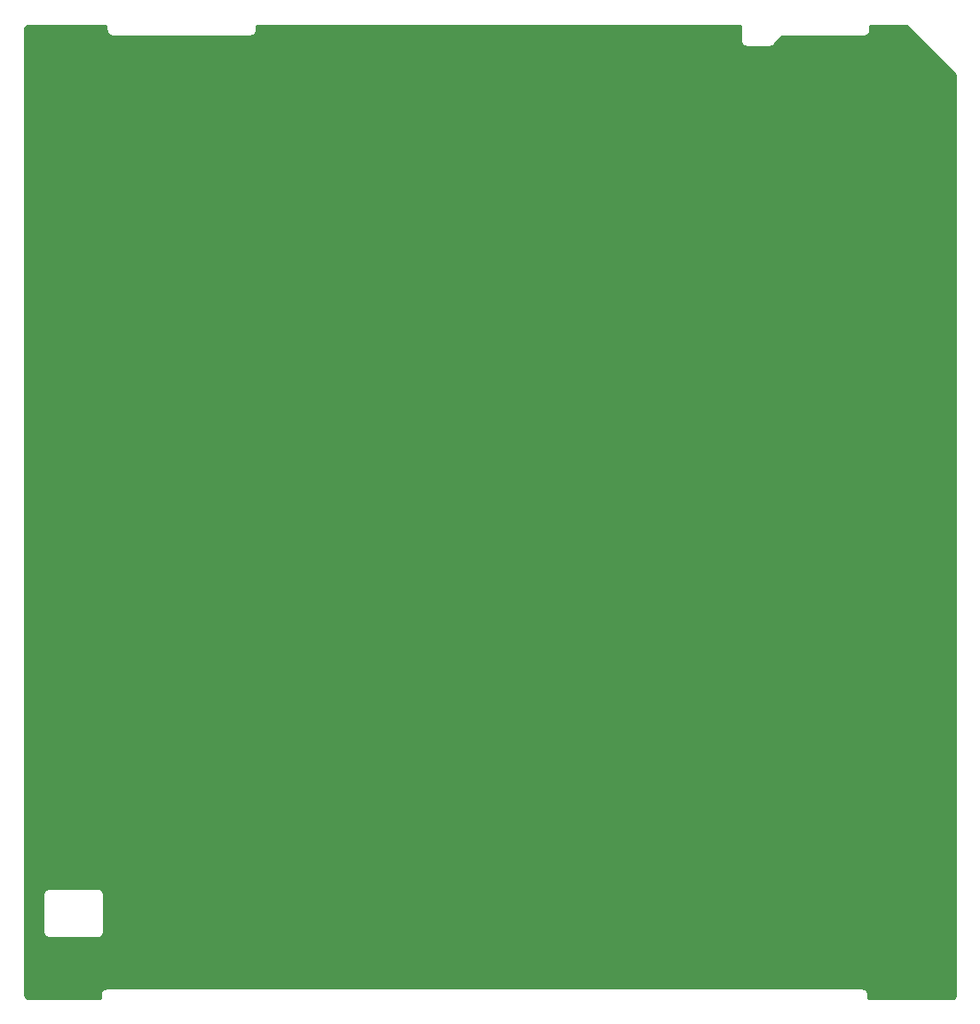
<source format=gbr>
%TF.GenerationSoftware,KiCad,Pcbnew,(5.1.6)-1*%
%TF.CreationDate,2024-03-17T16:58:36-04:00*%
%TF.ProjectId,floppy-coaster,666c6f70-7079-42d6-936f-61737465722e,rev?*%
%TF.SameCoordinates,Original*%
%TF.FileFunction,Copper,L2,Bot*%
%TF.FilePolarity,Positive*%
%FSLAX46Y46*%
G04 Gerber Fmt 4.6, Leading zero omitted, Abs format (unit mm)*
G04 Created by KiCad (PCBNEW (5.1.6)-1) date 2024-03-17 16:58:36*
%MOMM*%
%LPD*%
G01*
G04 APERTURE LIST*
%TA.AperFunction,NonConductor*%
%ADD10C,0.254000*%
%TD*%
G04 APERTURE END LIST*
D10*
G36*
X109957001Y-58133571D02*
G01*
X109953807Y-58166000D01*
X109966550Y-58295383D01*
X110004290Y-58419793D01*
X110065575Y-58534450D01*
X110148052Y-58634948D01*
X110248550Y-58717425D01*
X110363207Y-58778710D01*
X110487617Y-58816450D01*
X110584581Y-58826000D01*
X110617000Y-58829193D01*
X110649419Y-58826000D01*
X123602081Y-58826000D01*
X123634500Y-58829193D01*
X123666919Y-58826000D01*
X123763883Y-58816450D01*
X123888293Y-58778710D01*
X124002950Y-58717425D01*
X124103448Y-58634948D01*
X124185925Y-58534450D01*
X124247210Y-58419793D01*
X124284950Y-58295383D01*
X124297693Y-58166000D01*
X124294500Y-58133581D01*
X124294500Y-57810000D01*
X170472500Y-57810000D01*
X170472501Y-59149571D01*
X170469307Y-59182000D01*
X170482050Y-59311383D01*
X170519790Y-59435793D01*
X170581075Y-59550450D01*
X170663552Y-59650948D01*
X170764050Y-59733425D01*
X170878707Y-59794710D01*
X171003117Y-59832450D01*
X171100081Y-59842000D01*
X171132500Y-59845193D01*
X171164919Y-59842000D01*
X173132091Y-59842000D01*
X173164500Y-59845192D01*
X173196909Y-59842000D01*
X173196919Y-59842000D01*
X173293883Y-59832450D01*
X173418293Y-59794710D01*
X173532950Y-59733425D01*
X173633448Y-59650948D01*
X173654116Y-59625764D01*
X174453881Y-58826000D01*
X182149081Y-58826000D01*
X182181500Y-58829193D01*
X182213919Y-58826000D01*
X182241496Y-58823284D01*
X182310883Y-58816450D01*
X182435293Y-58778710D01*
X182549950Y-58717425D01*
X182650448Y-58634948D01*
X182732925Y-58534450D01*
X182794210Y-58419793D01*
X182831950Y-58295383D01*
X182841500Y-58198419D01*
X182841500Y-58198418D01*
X182844693Y-58166000D01*
X182841500Y-58133581D01*
X182841500Y-57810000D01*
X186289620Y-57810000D01*
X190983001Y-62503382D01*
X190983000Y-150145219D01*
X190973115Y-150246031D01*
X190953211Y-150311958D01*
X190920885Y-150372755D01*
X190877362Y-150426118D01*
X190824300Y-150470015D01*
X190763727Y-150502766D01*
X190697947Y-150523128D01*
X190599269Y-150533500D01*
X182651000Y-150533500D01*
X182651000Y-150209918D01*
X182654193Y-150177500D01*
X182641450Y-150048117D01*
X182603710Y-149923707D01*
X182542425Y-149809050D01*
X182459948Y-149708552D01*
X182359450Y-149626075D01*
X182244793Y-149564790D01*
X182120383Y-149527050D01*
X182023419Y-149517500D01*
X181991000Y-149514307D01*
X181958581Y-149517500D01*
X110077919Y-149517500D01*
X110045500Y-149514307D01*
X110013081Y-149517500D01*
X109916117Y-149527050D01*
X109791707Y-149564790D01*
X109677050Y-149626075D01*
X109576552Y-149708552D01*
X109494075Y-149809050D01*
X109432790Y-149923707D01*
X109395050Y-150048117D01*
X109382307Y-150177500D01*
X109385501Y-150209929D01*
X109385501Y-150533500D01*
X102584781Y-150533500D01*
X102483969Y-150523615D01*
X102418042Y-150503711D01*
X102357245Y-150471385D01*
X102303882Y-150427862D01*
X102259985Y-150374800D01*
X102227234Y-150314227D01*
X102206872Y-150248447D01*
X102196500Y-150149769D01*
X102196500Y-140652500D01*
X103921307Y-140652500D01*
X103924500Y-140684920D01*
X103924501Y-144112571D01*
X103921307Y-144145000D01*
X103934050Y-144274383D01*
X103971790Y-144398793D01*
X104033075Y-144513450D01*
X104115552Y-144613948D01*
X104216050Y-144696425D01*
X104330707Y-144757710D01*
X104455117Y-144795450D01*
X104552081Y-144805000D01*
X104584500Y-144808193D01*
X104616919Y-144805000D01*
X109060581Y-144805000D01*
X109093000Y-144808193D01*
X109125419Y-144805000D01*
X109222383Y-144795450D01*
X109346793Y-144757710D01*
X109461450Y-144696425D01*
X109561948Y-144613948D01*
X109644425Y-144513450D01*
X109705710Y-144398793D01*
X109743450Y-144274383D01*
X109756193Y-144145000D01*
X109753000Y-144112581D01*
X109753000Y-140684919D01*
X109756193Y-140652500D01*
X109743450Y-140523117D01*
X109705710Y-140398707D01*
X109644425Y-140284050D01*
X109561948Y-140183552D01*
X109461450Y-140101075D01*
X109346793Y-140039790D01*
X109222383Y-140002050D01*
X109125419Y-139992500D01*
X109093000Y-139989307D01*
X109060581Y-139992500D01*
X104616919Y-139992500D01*
X104584500Y-139989307D01*
X104552081Y-139992500D01*
X104455117Y-140002050D01*
X104330707Y-140039790D01*
X104216050Y-140101075D01*
X104115552Y-140183552D01*
X104033075Y-140284050D01*
X103971790Y-140398707D01*
X103934050Y-140523117D01*
X103921307Y-140652500D01*
X102196500Y-140652500D01*
X102196500Y-58198281D01*
X102206385Y-58097467D01*
X102226289Y-58031543D01*
X102258615Y-57970745D01*
X102302139Y-57917381D01*
X102355196Y-57873488D01*
X102415771Y-57840734D01*
X102481553Y-57820372D01*
X102580230Y-57810000D01*
X109957001Y-57810000D01*
X109957001Y-58133571D01*
G37*
X109957001Y-58133571D02*
X109953807Y-58166000D01*
X109966550Y-58295383D01*
X110004290Y-58419793D01*
X110065575Y-58534450D01*
X110148052Y-58634948D01*
X110248550Y-58717425D01*
X110363207Y-58778710D01*
X110487617Y-58816450D01*
X110584581Y-58826000D01*
X110617000Y-58829193D01*
X110649419Y-58826000D01*
X123602081Y-58826000D01*
X123634500Y-58829193D01*
X123666919Y-58826000D01*
X123763883Y-58816450D01*
X123888293Y-58778710D01*
X124002950Y-58717425D01*
X124103448Y-58634948D01*
X124185925Y-58534450D01*
X124247210Y-58419793D01*
X124284950Y-58295383D01*
X124297693Y-58166000D01*
X124294500Y-58133581D01*
X124294500Y-57810000D01*
X170472500Y-57810000D01*
X170472501Y-59149571D01*
X170469307Y-59182000D01*
X170482050Y-59311383D01*
X170519790Y-59435793D01*
X170581075Y-59550450D01*
X170663552Y-59650948D01*
X170764050Y-59733425D01*
X170878707Y-59794710D01*
X171003117Y-59832450D01*
X171100081Y-59842000D01*
X171132500Y-59845193D01*
X171164919Y-59842000D01*
X173132091Y-59842000D01*
X173164500Y-59845192D01*
X173196909Y-59842000D01*
X173196919Y-59842000D01*
X173293883Y-59832450D01*
X173418293Y-59794710D01*
X173532950Y-59733425D01*
X173633448Y-59650948D01*
X173654116Y-59625764D01*
X174453881Y-58826000D01*
X182149081Y-58826000D01*
X182181500Y-58829193D01*
X182213919Y-58826000D01*
X182241496Y-58823284D01*
X182310883Y-58816450D01*
X182435293Y-58778710D01*
X182549950Y-58717425D01*
X182650448Y-58634948D01*
X182732925Y-58534450D01*
X182794210Y-58419793D01*
X182831950Y-58295383D01*
X182841500Y-58198419D01*
X182841500Y-58198418D01*
X182844693Y-58166000D01*
X182841500Y-58133581D01*
X182841500Y-57810000D01*
X186289620Y-57810000D01*
X190983001Y-62503382D01*
X190983000Y-150145219D01*
X190973115Y-150246031D01*
X190953211Y-150311958D01*
X190920885Y-150372755D01*
X190877362Y-150426118D01*
X190824300Y-150470015D01*
X190763727Y-150502766D01*
X190697947Y-150523128D01*
X190599269Y-150533500D01*
X182651000Y-150533500D01*
X182651000Y-150209918D01*
X182654193Y-150177500D01*
X182641450Y-150048117D01*
X182603710Y-149923707D01*
X182542425Y-149809050D01*
X182459948Y-149708552D01*
X182359450Y-149626075D01*
X182244793Y-149564790D01*
X182120383Y-149527050D01*
X182023419Y-149517500D01*
X181991000Y-149514307D01*
X181958581Y-149517500D01*
X110077919Y-149517500D01*
X110045500Y-149514307D01*
X110013081Y-149517500D01*
X109916117Y-149527050D01*
X109791707Y-149564790D01*
X109677050Y-149626075D01*
X109576552Y-149708552D01*
X109494075Y-149809050D01*
X109432790Y-149923707D01*
X109395050Y-150048117D01*
X109382307Y-150177500D01*
X109385501Y-150209929D01*
X109385501Y-150533500D01*
X102584781Y-150533500D01*
X102483969Y-150523615D01*
X102418042Y-150503711D01*
X102357245Y-150471385D01*
X102303882Y-150427862D01*
X102259985Y-150374800D01*
X102227234Y-150314227D01*
X102206872Y-150248447D01*
X102196500Y-150149769D01*
X102196500Y-140652500D01*
X103921307Y-140652500D01*
X103924500Y-140684920D01*
X103924501Y-144112571D01*
X103921307Y-144145000D01*
X103934050Y-144274383D01*
X103971790Y-144398793D01*
X104033075Y-144513450D01*
X104115552Y-144613948D01*
X104216050Y-144696425D01*
X104330707Y-144757710D01*
X104455117Y-144795450D01*
X104552081Y-144805000D01*
X104584500Y-144808193D01*
X104616919Y-144805000D01*
X109060581Y-144805000D01*
X109093000Y-144808193D01*
X109125419Y-144805000D01*
X109222383Y-144795450D01*
X109346793Y-144757710D01*
X109461450Y-144696425D01*
X109561948Y-144613948D01*
X109644425Y-144513450D01*
X109705710Y-144398793D01*
X109743450Y-144274383D01*
X109756193Y-144145000D01*
X109753000Y-144112581D01*
X109753000Y-140684919D01*
X109756193Y-140652500D01*
X109743450Y-140523117D01*
X109705710Y-140398707D01*
X109644425Y-140284050D01*
X109561948Y-140183552D01*
X109461450Y-140101075D01*
X109346793Y-140039790D01*
X109222383Y-140002050D01*
X109125419Y-139992500D01*
X109093000Y-139989307D01*
X109060581Y-139992500D01*
X104616919Y-139992500D01*
X104584500Y-139989307D01*
X104552081Y-139992500D01*
X104455117Y-140002050D01*
X104330707Y-140039790D01*
X104216050Y-140101075D01*
X104115552Y-140183552D01*
X104033075Y-140284050D01*
X103971790Y-140398707D01*
X103934050Y-140523117D01*
X103921307Y-140652500D01*
X102196500Y-140652500D01*
X102196500Y-58198281D01*
X102206385Y-58097467D01*
X102226289Y-58031543D01*
X102258615Y-57970745D01*
X102302139Y-57917381D01*
X102355196Y-57873488D01*
X102415771Y-57840734D01*
X102481553Y-57820372D01*
X102580230Y-57810000D01*
X109957001Y-57810000D01*
X109957001Y-58133571D01*
M02*

</source>
